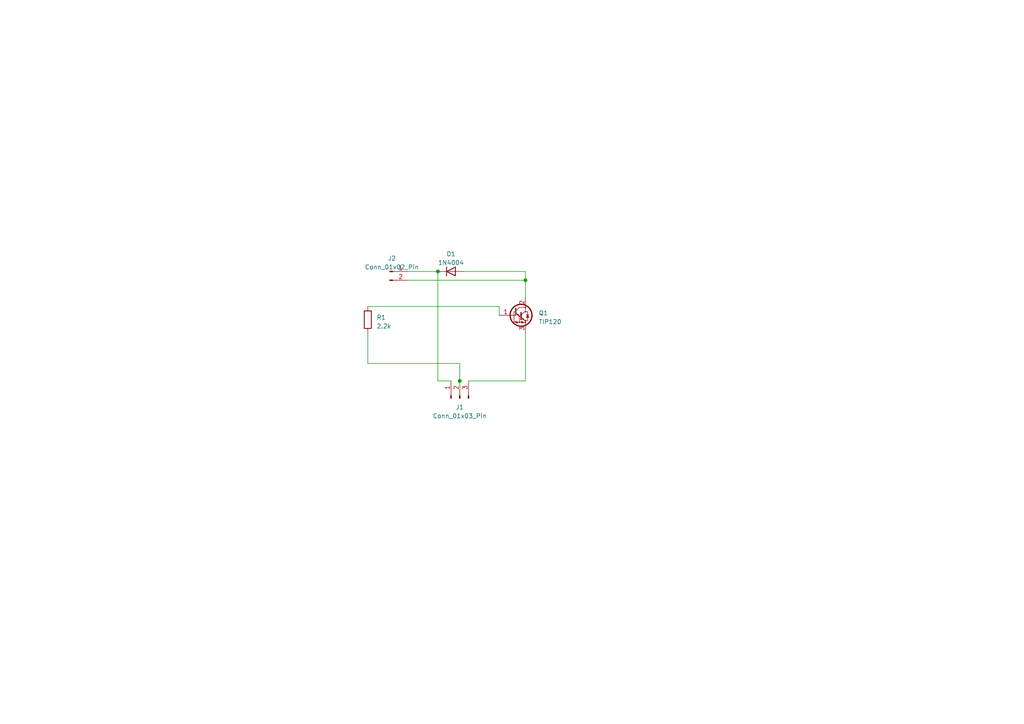
<source format=kicad_sch>
(kicad_sch (version 20230121) (generator eeschema)
  (paper "A4")
  (lib_symbols
    (symbol "Connector:Conn_01x02_Pin" (pin_names (offset 1.016) hide)
      (property "Reference" "J" (at 0 2.54 0))
      (property "Value" "Conn_01x02_Pin" (at 0 -5.08 0))
      (symbol "Conn_01x02_Pin_1_1"
        (polyline (pts (xy 1.27 -2.54) (xy 0.8636 -2.54)) (stroke (width 0.1524)))
        (polyline (pts (xy 1.27 0) (xy 0.8636 0)) (stroke (width 0.1524)))
        (rectangle (start 0.8636 -2.413) (end 0 -2.667) (stroke (width 0.1524)) (fill (type outline)))
        (rectangle (start 0.8636 0.127) (end 0 -0.127) (stroke (width 0.1524)) (fill (type outline)))
        (pin passive line (at 5.08 0 180) (length 3.81) (name "Pin_1") (number "1"))
        (pin passive line (at 5.08 -2.54 180) (length 3.81) (name "Pin_2") (number "2"))
      )
    )
    (symbol "Connector:Conn_01x03_Pin" (pin_names (offset 1.016) hide)
      (property "Reference" "J" (at 0 5.08 0))
      (property "Value" "Conn_01x03_Pin" (at 0 -5.08 0))
      (symbol "Conn_01x03_Pin_1_1"
        (polyline (pts (xy 1.27 -2.54) (xy 0.8636 -2.54)) (stroke (width 0.1524)))
        (polyline (pts (xy 1.27 0) (xy 0.8636 0)) (stroke (width 0.1524)))
        (polyline (pts (xy 1.27 2.54) (xy 0.8636 2.54)) (stroke (width 0.1524)))
        (rectangle (start 0.8636 -2.413) (end 0 -2.667) (stroke (width 0.1524)) (fill (type outline)))
        (rectangle (start 0.8636 0.127) (end 0 -0.127) (stroke (width 0.1524)) (fill (type outline)))
        (rectangle (start 0.8636 2.667) (end 0 2.413) (stroke (width 0.1524)) (fill (type outline)))
        (pin passive line (at 5.08 2.54 180) (length 3.81) (name "Pin_1") (number "1"))
        (pin passive line (at 5.08 0 180) (length 3.81) (name "Pin_2") (number "2"))
        (pin passive line (at 5.08 -2.54 180) (length 3.81) (name "Pin_3") (number "3"))
      )
    )
    (symbol "Device:R" (pin_numbers hide) (pin_names (offset 0))
      (property "Reference" "R" (at 2.032 0 90))
      (property "Value" "R" (at 0 0 90))
      (symbol "R_0_1"
        (rectangle (start -1.016 -2.54) (end 1.016 2.54) (stroke (width 0.254)))
      )
      (symbol "R_1_1"
        (pin passive line (at 0 3.81 270) (length 1.27) (name "~") (number "1"))
        (pin passive line (at 0 -3.81 90) (length 1.27) (name "~") (number "2"))
      )
    )
    (symbol "Diode:1N4004" (pin_numbers hide) (pin_names hide)
      (property "Reference" "D" (at 0 2.54 0))
      (property "Value" "1N4004" (at 0 -2.54 0))
      (symbol "1N4004_0_1"
        (polyline (pts (xy -1.27 1.27) (xy -1.27 -1.27)) (stroke (width 0.254)))
        (polyline (pts (xy 1.27 0) (xy -1.27 0)))
        (polyline (pts (xy 1.27 1.27) (xy 1.27 -1.27) (xy -1.27 0) (xy 1.27 1.27)) (stroke (width 0.254)))
      )
      (symbol "1N4004_1_1"
        (pin passive line (at -3.81 0 0) (length 2.54) (name "K") (number "1"))
        (pin passive line (at 3.81 0 180) (length 2.54) (name "A") (number "2"))
      )
    )
    (symbol "Transistor_BJT:TIP120" (pin_names (offset 0) hide)
      (property "Reference" "Q" (at 5.08 1.905 0))
      (property "Value" "TIP120" (at 5.08 0 0))
      (symbol "TIP120_0_1"
        (circle (center -0.762 0) (radius 0.127))
        (polyline (pts (xy -1.27 0) (xy -0.889 0)))
        (polyline (pts (xy 2.54 -2.032) (xy 2.54 -2.54)))
        (polyline (pts (xy 2.54 -1.524) (xy 3.175 -1.524)))
        (polyline (pts (xy 2.794 0.127) (xy 3.556 0.127)))
        (polyline (pts (xy 3.175 -0.635) (xy 3.175 -1.524)))
        (polyline (pts (xy 3.175 1.016) (xy 2.54 1.016)))
        (polyline (pts (xy 3.175 1.016) (xy 3.175 0.127)))
        (polyline (pts (xy -0.254 0.762) (xy 0.762 -0.254) (xy 1.27 -0.254)))
        (polyline (pts (xy -0.254 1.016) (xy -0.762 1.016) (xy -0.762 -2.032)))
        (polyline (pts (xy -0.254 1.27) (xy 0.762 2.286) (xy 2.54 2.286)))
        (polyline (pts (xy -0.254 2.032) (xy -0.254 0) (xy -0.254 0)) (stroke (width 0.3048)))
        (polyline (pts (xy 1.27 0.762) (xy 1.27 -1.27) (xy 1.27 -1.27)) (stroke (width 0.381)))
        (polyline (pts (xy 0.635 -0.127) (xy 0.381 0.381) (xy 0.127 0.127) (xy 0.635 -0.127)))
        (polyline (pts (xy 1.27 -0.508) (xy 2.286 -1.524) (xy 2.54 -1.524) (xy 2.54 -2.032)))
        (polyline (pts (xy 1.27 0) (xy 2.286 1.016) (xy 2.54 1.016) (xy 2.54 2.286)))
        (polyline (pts (xy 2.159 -1.397) (xy 1.905 -0.889) (xy 1.651 -1.143) (xy 2.159 -1.397)))
        (polyline (pts (xy 3.175 0.127) (xy 2.794 -0.635) (xy 3.556 -0.635) (xy 3.175 0.127)) (fill (type outline)))
        (polyline (pts (xy 0.762 -2.032) (xy 0.381 -2.032) (xy 0.254 -2.286) (xy 0.127 -1.778) (xy 0 -2.286) (xy -0.127 -1.778) (xy -0.254 -2.286) (xy -0.381 -1.778) (xy -0.508 -2.032) (xy -0.762 -2.032)))
        (polyline (pts (xy 0.762 -0.254) (xy 0.762 -2.032) (xy 1.143 -2.032) (xy 1.27 -1.778) (xy 1.397 -2.286) (xy 1.524 -1.778) (xy 1.651 -2.286) (xy 1.778 -1.778) (xy 1.905 -2.286) (xy 2.032 -2.032) (xy 2.54 -2.032)))
        (circle (center 0.762 -2.032) (radius 0.127))
        (circle (center 0.762 -0.254) (radius 0.127))
        (circle (center 1.27 0) (radius 3.175) (stroke (width 0.3556)))
        (circle (center 2.54 -2.032) (radius 0.127))
        (circle (center 2.54 -1.524) (radius 0.127))
        (circle (center 2.54 1.016) (radius 0.127))
        (circle (center 2.54 2.286) (radius 0.127))
      )
      (symbol "TIP120_1_1"
        (pin input line (at -5.08 0 0) (length 3.81) (name "B") (number "1"))
        (pin passive line (at 2.54 5.08 270) (length 2.667) (name "C") (number "2"))
        (pin passive line (at 2.54 -5.08 90) (length 2.54) (name "E") (number "3"))
      )
    )
  )
  (junction (at 152.4 81.28))
  (junction (at 133.35 110.49))
  (junction (at 127 78.74))
  (wire (pts (xy 144.78 88.9) (xy 144.78 91.44)))
  (wire (pts (xy 133.35 105.41) (xy 133.35 110.49)))
  (wire (pts (xy 127 78.74) (xy 127 110.49)))
  (wire (pts (xy 133.35 110.49) (xy 133.35 113.03)))
  (wire (pts (xy 152.4 81.28) (xy 152.4 86.36)))
  (wire (pts (xy 118.11 78.74) (xy 127 78.74)))
  (wire (pts (xy 134.62 78.74) (xy 152.4 78.74)))
  (wire (pts (xy 152.4 110.49) (xy 135.89 110.49)))
  (wire (pts (xy 127 110.49) (xy 130.81 110.49)))
  (wire (pts (xy 106.68 105.41) (xy 133.35 105.41)))
  (wire (pts (xy 152.4 96.52) (xy 152.4 110.49)))
  (wire (pts (xy 152.4 78.74) (xy 152.4 81.28)))
  (wire (pts (xy 106.68 88.9) (xy 144.78 88.9)))
  (wire (pts (xy 106.68 96.52) (xy 106.68 105.41)))
  (wire (pts (xy 118.11 81.28) (xy 152.4 81.28)))
  (symbol (lib_id "Diode:1N4004") (at 130.81 78.74 0) (unit 1)
    (property "Reference" "D1" (at 130.81 73.66 0))
    (property "Value" "1N4004" (at 130.81 76.2 0))
    (property "Footprint" "Diode_THT:D_DO-41_SOD81_P10.16mm_Horizontal" (effects hide))
    (property "Datasheet" "http://www.vishay.com/docs/88503/1n4001.pdf" (effects hide))
    (property "Sim.Device" "D" (effects hide))
    (property "Sim.Pins" "1=K 2=A" (effects hide))
  )
  (symbol (lib_id "Transistor_BJT:TIP120") (at 149.86 91.44 0) (unit 1)
    (property "Reference" "Q1" (at 156.21 90.805 0) (effects (justify left)))
    (property "Value" "TIP120" (at 156.21 93.345 0) (effects (justify left)))
    (property "Footprint" "Package_TO_SOT_THT:TO-220-3_Vertical" (effects hide))
    (property "Datasheet" "https://www.onsemi.com/pub/Collateral/TIP120-D.PDF" (effects hide))
  )
  (symbol (lib_id "Connector:Conn_01x03_Pin") (at 133.35 115.57 90) (unit 1)
    (property "Reference" "J1" (at 133.35 118.11 90))
    (property "Value" "Conn_01x03_Pin" (at 133.35 120.65 90))
    (property "Footprint" "Connector_PinHeader_2.54mm:PinHeader_1x03_P2.54mm_Horizontal" (effects hide))
  )
  (symbol (lib_id "Connector:Conn_01x02_Pin") (at 113.03 78.74 0) (unit 1)
    (property "Reference" "J2" (at 113.665 74.93 0))
    (property "Value" "Conn_01x02_Pin" (at 113.665 77.47 0))
    (property "Footprint" "Connector_PinHeader_2.00mm:PinHeader_1x02_P2.00mm_Vertical" (effects hide))
  )
  (symbol (lib_id "Device:R") (at 106.68 92.71 0) (unit 1)
    (property "Reference" "R1" (at 109.22 92.075 0) (effects (justify left)))
    (property "Value" "2.2k" (at 109.22 94.615 0) (effects (justify left)))
    (property "Footprint" "Resistor_THT:R_Axial_DIN0309_L9.0mm_D3.2mm_P12.70mm_Horizontal" (effects hide))
  )
)
</source>
